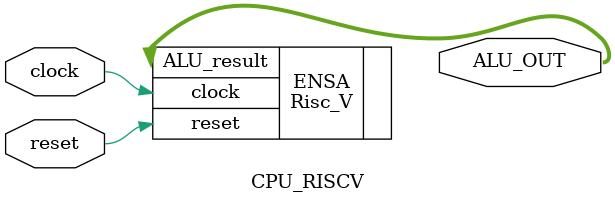
<source format=v>
module CPU_RISCV(
	 input reset,clock,
    
    output [31:0] ALU_OUT 
);

Risc_V ENSA(
	 .reset(reset), .clock(clock),
   
    .ALU_result(ALU_OUT) 
);


endmodule
</source>
